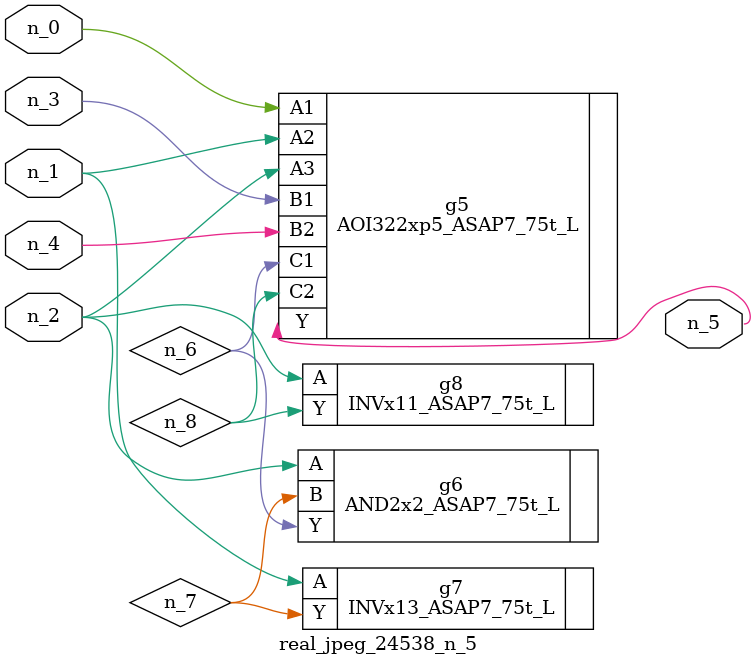
<source format=v>
module real_jpeg_24538_n_5 (n_4, n_0, n_1, n_2, n_3, n_5);

input n_4;
input n_0;
input n_1;
input n_2;
input n_3;

output n_5;

wire n_8;
wire n_6;
wire n_7;

AOI322xp5_ASAP7_75t_L g5 ( 
.A1(n_0),
.A2(n_1),
.A3(n_2),
.B1(n_3),
.B2(n_4),
.C1(n_6),
.C2(n_8),
.Y(n_5)
);

INVx13_ASAP7_75t_L g7 ( 
.A(n_1),
.Y(n_7)
);

AND2x2_ASAP7_75t_L g6 ( 
.A(n_2),
.B(n_7),
.Y(n_6)
);

INVx11_ASAP7_75t_L g8 ( 
.A(n_2),
.Y(n_8)
);


endmodule
</source>
